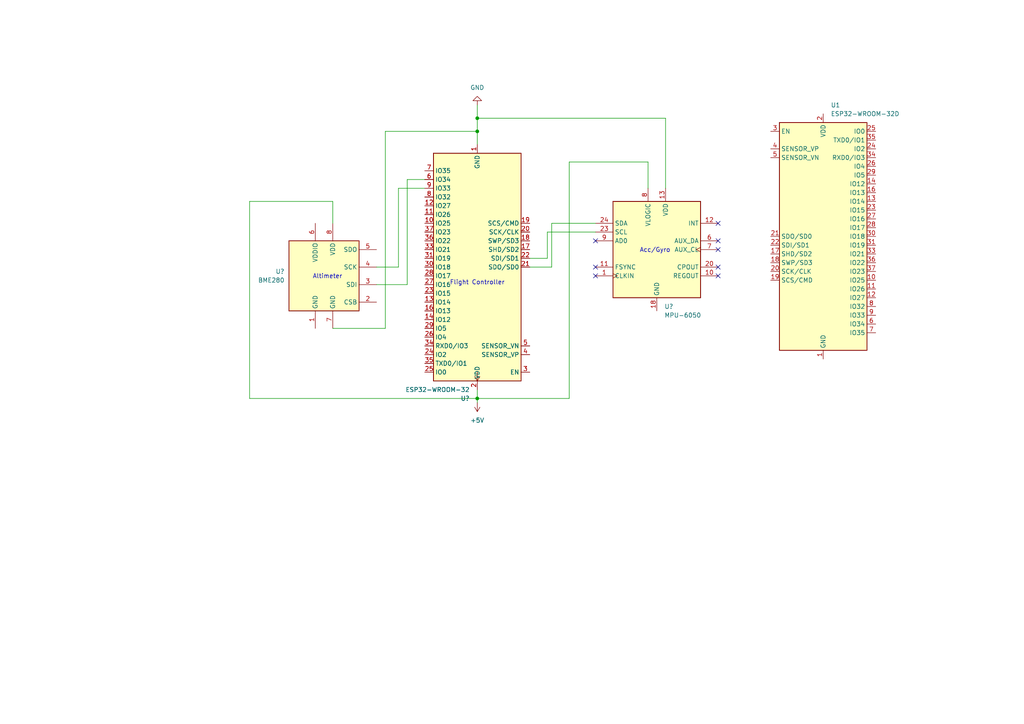
<source format=kicad_sch>
(kicad_sch
	(version 20231120)
	(generator "eeschema")
	(generator_version "8.0")
	(uuid "2cd8fd31-b3cb-4cc0-8f24-533e40c634bd")
	(paper "A4")
	(lib_symbols
		(symbol "RF_Module:ESP32-WROOM-32"
			(exclude_from_sim no)
			(in_bom yes)
			(on_board yes)
			(property "Reference" "U"
				(at -12.7 34.29 0)
				(effects
					(font
						(size 1.27 1.27)
					)
					(justify left)
				)
			)
			(property "Value" "ESP32-WROOM-32"
				(at 1.27 34.29 0)
				(effects
					(font
						(size 1.27 1.27)
					)
					(justify left)
				)
			)
			(property "Footprint" "RF_Module:ESP32-WROOM-32"
				(at 0 -38.1 0)
				(effects
					(font
						(size 1.27 1.27)
					)
					(hide yes)
				)
			)
			(property "Datasheet" "https://www.espressif.com/sites/default/files/documentation/esp32-wroom-32_datasheet_en.pdf"
				(at -7.62 1.27 0)
				(effects
					(font
						(size 1.27 1.27)
					)
					(hide yes)
				)
			)
			(property "Description" "RF Module, ESP32-D0WDQ6 SoC, Wi-Fi 802.11b/g/n, Bluetooth, BLE, 32-bit, 2.7-3.6V, onboard antenna, SMD"
				(at 0 0 0)
				(effects
					(font
						(size 1.27 1.27)
					)
					(hide yes)
				)
			)
			(property "ki_keywords" "RF Radio BT ESP ESP32 Espressif onboard PCB antenna"
				(at 0 0 0)
				(effects
					(font
						(size 1.27 1.27)
					)
					(hide yes)
				)
			)
			(property "ki_fp_filters" "ESP32?WROOM?32*"
				(at 0 0 0)
				(effects
					(font
						(size 1.27 1.27)
					)
					(hide yes)
				)
			)
			(symbol "ESP32-WROOM-32_0_1"
				(rectangle
					(start -12.7 33.02)
					(end 12.7 -33.02)
					(stroke
						(width 0.254)
						(type default)
					)
					(fill
						(type background)
					)
				)
			)
			(symbol "ESP32-WROOM-32_1_1"
				(pin power_in line
					(at 0 -35.56 90)
					(length 2.54)
					(name "GND"
						(effects
							(font
								(size 1.27 1.27)
							)
						)
					)
					(number "1"
						(effects
							(font
								(size 1.27 1.27)
							)
						)
					)
				)
				(pin bidirectional line
					(at 15.24 -12.7 180)
					(length 2.54)
					(name "IO25"
						(effects
							(font
								(size 1.27 1.27)
							)
						)
					)
					(number "10"
						(effects
							(font
								(size 1.27 1.27)
							)
						)
					)
				)
				(pin bidirectional line
					(at 15.24 -15.24 180)
					(length 2.54)
					(name "IO26"
						(effects
							(font
								(size 1.27 1.27)
							)
						)
					)
					(number "11"
						(effects
							(font
								(size 1.27 1.27)
							)
						)
					)
				)
				(pin bidirectional line
					(at 15.24 -17.78 180)
					(length 2.54)
					(name "IO27"
						(effects
							(font
								(size 1.27 1.27)
							)
						)
					)
					(number "12"
						(effects
							(font
								(size 1.27 1.27)
							)
						)
					)
				)
				(pin bidirectional line
					(at 15.24 10.16 180)
					(length 2.54)
					(name "IO14"
						(effects
							(font
								(size 1.27 1.27)
							)
						)
					)
					(number "13"
						(effects
							(font
								(size 1.27 1.27)
							)
						)
					)
				)
				(pin bidirectional line
					(at 15.24 15.24 180)
					(length 2.54)
					(name "IO12"
						(effects
							(font
								(size 1.27 1.27)
							)
						)
					)
					(number "14"
						(effects
							(font
								(size 1.27 1.27)
							)
						)
					)
				)
				(pin passive line
					(at 0 -35.56 90)
					(length 2.54) hide
					(name "GND"
						(effects
							(font
								(size 1.27 1.27)
							)
						)
					)
					(number "15"
						(effects
							(font
								(size 1.27 1.27)
							)
						)
					)
				)
				(pin bidirectional line
					(at 15.24 12.7 180)
					(length 2.54)
					(name "IO13"
						(effects
							(font
								(size 1.27 1.27)
							)
						)
					)
					(number "16"
						(effects
							(font
								(size 1.27 1.27)
							)
						)
					)
				)
				(pin bidirectional line
					(at -15.24 -5.08 0)
					(length 2.54)
					(name "SHD/SD2"
						(effects
							(font
								(size 1.27 1.27)
							)
						)
					)
					(number "17"
						(effects
							(font
								(size 1.27 1.27)
							)
						)
					)
				)
				(pin bidirectional line
					(at -15.24 -7.62 0)
					(length 2.54)
					(name "SWP/SD3"
						(effects
							(font
								(size 1.27 1.27)
							)
						)
					)
					(number "18"
						(effects
							(font
								(size 1.27 1.27)
							)
						)
					)
				)
				(pin bidirectional line
					(at -15.24 -12.7 0)
					(length 2.54)
					(name "SCS/CMD"
						(effects
							(font
								(size 1.27 1.27)
							)
						)
					)
					(number "19"
						(effects
							(font
								(size 1.27 1.27)
							)
						)
					)
				)
				(pin power_in line
					(at 0 35.56 270)
					(length 2.54)
					(name "VDD"
						(effects
							(font
								(size 1.27 1.27)
							)
						)
					)
					(number "2"
						(effects
							(font
								(size 1.27 1.27)
							)
						)
					)
				)
				(pin bidirectional line
					(at -15.24 -10.16 0)
					(length 2.54)
					(name "SCK/CLK"
						(effects
							(font
								(size 1.27 1.27)
							)
						)
					)
					(number "20"
						(effects
							(font
								(size 1.27 1.27)
							)
						)
					)
				)
				(pin bidirectional line
					(at -15.24 0 0)
					(length 2.54)
					(name "SDO/SD0"
						(effects
							(font
								(size 1.27 1.27)
							)
						)
					)
					(number "21"
						(effects
							(font
								(size 1.27 1.27)
							)
						)
					)
				)
				(pin bidirectional line
					(at -15.24 -2.54 0)
					(length 2.54)
					(name "SDI/SD1"
						(effects
							(font
								(size 1.27 1.27)
							)
						)
					)
					(number "22"
						(effects
							(font
								(size 1.27 1.27)
							)
						)
					)
				)
				(pin bidirectional line
					(at 15.24 7.62 180)
					(length 2.54)
					(name "IO15"
						(effects
							(font
								(size 1.27 1.27)
							)
						)
					)
					(number "23"
						(effects
							(font
								(size 1.27 1.27)
							)
						)
					)
				)
				(pin bidirectional line
					(at 15.24 25.4 180)
					(length 2.54)
					(name "IO2"
						(effects
							(font
								(size 1.27 1.27)
							)
						)
					)
					(number "24"
						(effects
							(font
								(size 1.27 1.27)
							)
						)
					)
				)
				(pin bidirectional line
					(at 15.24 30.48 180)
					(length 2.54)
					(name "IO0"
						(effects
							(font
								(size 1.27 1.27)
							)
						)
					)
					(number "25"
						(effects
							(font
								(size 1.27 1.27)
							)
						)
					)
				)
				(pin bidirectional line
					(at 15.24 20.32 180)
					(length 2.54)
					(name "IO4"
						(effects
							(font
								(size 1.27 1.27)
							)
						)
					)
					(number "26"
						(effects
							(font
								(size 1.27 1.27)
							)
						)
					)
				)
				(pin bidirectional line
					(at 15.24 5.08 180)
					(length 2.54)
					(name "IO16"
						(effects
							(font
								(size 1.27 1.27)
							)
						)
					)
					(number "27"
						(effects
							(font
								(size 1.27 1.27)
							)
						)
					)
				)
				(pin bidirectional line
					(at 15.24 2.54 180)
					(length 2.54)
					(name "IO17"
						(effects
							(font
								(size 1.27 1.27)
							)
						)
					)
					(number "28"
						(effects
							(font
								(size 1.27 1.27)
							)
						)
					)
				)
				(pin bidirectional line
					(at 15.24 17.78 180)
					(length 2.54)
					(name "IO5"
						(effects
							(font
								(size 1.27 1.27)
							)
						)
					)
					(number "29"
						(effects
							(font
								(size 1.27 1.27)
							)
						)
					)
				)
				(pin input line
					(at -15.24 30.48 0)
					(length 2.54)
					(name "EN"
						(effects
							(font
								(size 1.27 1.27)
							)
						)
					)
					(number "3"
						(effects
							(font
								(size 1.27 1.27)
							)
						)
					)
				)
				(pin bidirectional line
					(at 15.24 0 180)
					(length 2.54)
					(name "IO18"
						(effects
							(font
								(size 1.27 1.27)
							)
						)
					)
					(number "30"
						(effects
							(font
								(size 1.27 1.27)
							)
						)
					)
				)
				(pin bidirectional line
					(at 15.24 -2.54 180)
					(length 2.54)
					(name "IO19"
						(effects
							(font
								(size 1.27 1.27)
							)
						)
					)
					(number "31"
						(effects
							(font
								(size 1.27 1.27)
							)
						)
					)
				)
				(pin no_connect line
					(at -12.7 -27.94 0)
					(length 2.54) hide
					(name "NC"
						(effects
							(font
								(size 1.27 1.27)
							)
						)
					)
					(number "32"
						(effects
							(font
								(size 1.27 1.27)
							)
						)
					)
				)
				(pin bidirectional line
					(at 15.24 -5.08 180)
					(length 2.54)
					(name "IO21"
						(effects
							(font
								(size 1.27 1.27)
							)
						)
					)
					(number "33"
						(effects
							(font
								(size 1.27 1.27)
							)
						)
					)
				)
				(pin bidirectional line
					(at 15.24 22.86 180)
					(length 2.54)
					(name "RXD0/IO3"
						(effects
							(font
								(size 1.27 1.27)
							)
						)
					)
					(number "34"
						(effects
							(font
								(size 1.27 1.27)
							)
						)
					)
				)
				(pin bidirectional line
					(at 15.24 27.94 180)
					(length 2.54)
					(name "TXD0/IO1"
						(effects
							(font
								(size 1.27 1.27)
							)
						)
					)
					(number "35"
						(effects
							(font
								(size 1.27 1.27)
							)
						)
					)
				)
				(pin bidirectional line
					(at 15.24 -7.62 180)
					(length 2.54)
					(name "IO22"
						(effects
							(font
								(size 1.27 1.27)
							)
						)
					)
					(number "36"
						(effects
							(font
								(size 1.27 1.27)
							)
						)
					)
				)
				(pin bidirectional line
					(at 15.24 -10.16 180)
					(length 2.54)
					(name "IO23"
						(effects
							(font
								(size 1.27 1.27)
							)
						)
					)
					(number "37"
						(effects
							(font
								(size 1.27 1.27)
							)
						)
					)
				)
				(pin passive line
					(at 0 -35.56 90)
					(length 2.54) hide
					(name "GND"
						(effects
							(font
								(size 1.27 1.27)
							)
						)
					)
					(number "38"
						(effects
							(font
								(size 1.27 1.27)
							)
						)
					)
				)
				(pin passive line
					(at 0 -35.56 90)
					(length 2.54) hide
					(name "GND"
						(effects
							(font
								(size 1.27 1.27)
							)
						)
					)
					(number "39"
						(effects
							(font
								(size 1.27 1.27)
							)
						)
					)
				)
				(pin input line
					(at -15.24 25.4 0)
					(length 2.54)
					(name "SENSOR_VP"
						(effects
							(font
								(size 1.27 1.27)
							)
						)
					)
					(number "4"
						(effects
							(font
								(size 1.27 1.27)
							)
						)
					)
				)
				(pin input line
					(at -15.24 22.86 0)
					(length 2.54)
					(name "SENSOR_VN"
						(effects
							(font
								(size 1.27 1.27)
							)
						)
					)
					(number "5"
						(effects
							(font
								(size 1.27 1.27)
							)
						)
					)
				)
				(pin input line
					(at 15.24 -25.4 180)
					(length 2.54)
					(name "IO34"
						(effects
							(font
								(size 1.27 1.27)
							)
						)
					)
					(number "6"
						(effects
							(font
								(size 1.27 1.27)
							)
						)
					)
				)
				(pin input line
					(at 15.24 -27.94 180)
					(length 2.54)
					(name "IO35"
						(effects
							(font
								(size 1.27 1.27)
							)
						)
					)
					(number "7"
						(effects
							(font
								(size 1.27 1.27)
							)
						)
					)
				)
				(pin bidirectional line
					(at 15.24 -20.32 180)
					(length 2.54)
					(name "IO32"
						(effects
							(font
								(size 1.27 1.27)
							)
						)
					)
					(number "8"
						(effects
							(font
								(size 1.27 1.27)
							)
						)
					)
				)
				(pin bidirectional line
					(at 15.24 -22.86 180)
					(length 2.54)
					(name "IO33"
						(effects
							(font
								(size 1.27 1.27)
							)
						)
					)
					(number "9"
						(effects
							(font
								(size 1.27 1.27)
							)
						)
					)
				)
			)
		)
		(symbol "RF_Module:ESP32-WROOM-32D"
			(exclude_from_sim no)
			(in_bom yes)
			(on_board yes)
			(property "Reference" "U"
				(at -12.7 34.29 0)
				(effects
					(font
						(size 1.27 1.27)
					)
					(justify left)
				)
			)
			(property "Value" "ESP32-WROOM-32D"
				(at 1.27 34.29 0)
				(effects
					(font
						(size 1.27 1.27)
					)
					(justify left)
				)
			)
			(property "Footprint" "RF_Module:ESP32-WROOM-32D"
				(at 16.51 -34.29 0)
				(effects
					(font
						(size 1.27 1.27)
					)
					(hide yes)
				)
			)
			(property "Datasheet" "https://www.espressif.com/sites/default/files/documentation/esp32-wroom-32d_esp32-wroom-32u_datasheet_en.pdf"
				(at -7.62 1.27 0)
				(effects
					(font
						(size 1.27 1.27)
					)
					(hide yes)
				)
			)
			(property "Description" "RF Module, ESP32-D0WD SoC, Wi-Fi 802.11b/g/n, Bluetooth, BLE, 32-bit, 2.7-3.6V, onboard antenna, SMD"
				(at 0 0 0)
				(effects
					(font
						(size 1.27 1.27)
					)
					(hide yes)
				)
			)
			(property "ki_keywords" "RF Radio BT ESP ESP32 Espressif onboard PCB antenna"
				(at 0 0 0)
				(effects
					(font
						(size 1.27 1.27)
					)
					(hide yes)
				)
			)
			(property "ki_fp_filters" "ESP32?WROOM?32D*"
				(at 0 0 0)
				(effects
					(font
						(size 1.27 1.27)
					)
					(hide yes)
				)
			)
			(symbol "ESP32-WROOM-32D_0_1"
				(rectangle
					(start -12.7 33.02)
					(end 12.7 -33.02)
					(stroke
						(width 0.254)
						(type default)
					)
					(fill
						(type background)
					)
				)
			)
			(symbol "ESP32-WROOM-32D_1_1"
				(pin power_in line
					(at 0 -35.56 90)
					(length 2.54)
					(name "GND"
						(effects
							(font
								(size 1.27 1.27)
							)
						)
					)
					(number "1"
						(effects
							(font
								(size 1.27 1.27)
							)
						)
					)
				)
				(pin bidirectional line
					(at 15.24 -12.7 180)
					(length 2.54)
					(name "IO25"
						(effects
							(font
								(size 1.27 1.27)
							)
						)
					)
					(number "10"
						(effects
							(font
								(size 1.27 1.27)
							)
						)
					)
				)
				(pin bidirectional line
					(at 15.24 -15.24 180)
					(length 2.54)
					(name "IO26"
						(effects
							(font
								(size 1.27 1.27)
							)
						)
					)
					(number "11"
						(effects
							(font
								(size 1.27 1.27)
							)
						)
					)
				)
				(pin bidirectional line
					(at 15.24 -17.78 180)
					(length 2.54)
					(name "IO27"
						(effects
							(font
								(size 1.27 1.27)
							)
						)
					)
					(number "12"
						(effects
							(font
								(size 1.27 1.27)
							)
						)
					)
				)
				(pin bidirectional line
					(at 15.24 10.16 180)
					(length 2.54)
					(name "IO14"
						(effects
							(font
								(size 1.27 1.27)
							)
						)
					)
					(number "13"
						(effects
							(font
								(size 1.27 1.27)
							)
						)
					)
				)
				(pin bidirectional line
					(at 15.24 15.24 180)
					(length 2.54)
					(name "IO12"
						(effects
							(font
								(size 1.27 1.27)
							)
						)
					)
					(number "14"
						(effects
							(font
								(size 1.27 1.27)
							)
						)
					)
				)
				(pin passive line
					(at 0 -35.56 90)
					(length 2.54) hide
					(name "GND"
						(effects
							(font
								(size 1.27 1.27)
							)
						)
					)
					(number "15"
						(effects
							(font
								(size 1.27 1.27)
							)
						)
					)
				)
				(pin bidirectional line
					(at 15.24 12.7 180)
					(length 2.54)
					(name "IO13"
						(effects
							(font
								(size 1.27 1.27)
							)
						)
					)
					(number "16"
						(effects
							(font
								(size 1.27 1.27)
							)
						)
					)
				)
				(pin bidirectional line
					(at -15.24 -5.08 0)
					(length 2.54)
					(name "SHD/SD2"
						(effects
							(font
								(size 1.27 1.27)
							)
						)
					)
					(number "17"
						(effects
							(font
								(size 1.27 1.27)
							)
						)
					)
				)
				(pin bidirectional line
					(at -15.24 -7.62 0)
					(length 2.54)
					(name "SWP/SD3"
						(effects
							(font
								(size 1.27 1.27)
							)
						)
					)
					(number "18"
						(effects
							(font
								(size 1.27 1.27)
							)
						)
					)
				)
				(pin bidirectional line
					(at -15.24 -12.7 0)
					(length 2.54)
					(name "SCS/CMD"
						(effects
							(font
								(size 1.27 1.27)
							)
						)
					)
					(number "19"
						(effects
							(font
								(size 1.27 1.27)
							)
						)
					)
				)
				(pin power_in line
					(at 0 35.56 270)
					(length 2.54)
					(name "VDD"
						(effects
							(font
								(size 1.27 1.27)
							)
						)
					)
					(number "2"
						(effects
							(font
								(size 1.27 1.27)
							)
						)
					)
				)
				(pin bidirectional line
					(at -15.24 -10.16 0)
					(length 2.54)
					(name "SCK/CLK"
						(effects
							(font
								(size 1.27 1.27)
							)
						)
					)
					(number "20"
						(effects
							(font
								(size 1.27 1.27)
							)
						)
					)
				)
				(pin bidirectional line
					(at -15.24 0 0)
					(length 2.54)
					(name "SDO/SD0"
						(effects
							(font
								(size 1.27 1.27)
							)
						)
					)
					(number "21"
						(effects
							(font
								(size 1.27 1.27)
							)
						)
					)
				)
				(pin bidirectional line
					(at -15.24 -2.54 0)
					(length 2.54)
					(name "SDI/SD1"
						(effects
							(font
								(size 1.27 1.27)
							)
						)
					)
					(number "22"
						(effects
							(font
								(size 1.27 1.27)
							)
						)
					)
				)
				(pin bidirectional line
					(at 15.24 7.62 180)
					(length 2.54)
					(name "IO15"
						(effects
							(font
								(size 1.27 1.27)
							)
						)
					)
					(number "23"
						(effects
							(font
								(size 1.27 1.27)
							)
						)
					)
				)
				(pin bidirectional line
					(at 15.24 25.4 180)
					(length 2.54)
					(name "IO2"
						(effects
							(font
								(size 1.27 1.27)
							)
						)
					)
					(number "24"
						(effects
							(font
								(size 1.27 1.27)
							)
						)
					)
				)
				(pin bidirectional line
					(at 15.24 30.48 180)
					(length 2.54)
					(name "IO0"
						(effects
							(font
								(size 1.27 1.27)
							)
						)
					)
					(number "25"
						(effects
							(font
								(size 1.27 1.27)
							)
						)
					)
				)
				(pin bidirectional line
					(at 15.24 20.32 180)
					(length 2.54)
					(name "IO4"
						(effects
							(font
								(size 1.27 1.27)
							)
						)
					)
					(number "26"
						(effects
							(font
								(size 1.27 1.27)
							)
						)
					)
				)
				(pin bidirectional line
					(at 15.24 5.08 180)
					(length 2.54)
					(name "IO16"
						(effects
							(font
								(size 1.27 1.27)
							)
						)
					)
					(number "27"
						(effects
							(font
								(size 1.27 1.27)
							)
						)
					)
				)
				(pin bidirectional line
					(at 15.24 2.54 180)
					(length 2.54)
					(name "IO17"
						(effects
							(font
								(size 1.27 1.27)
							)
						)
					)
					(number "28"
						(effects
							(font
								(size 1.27 1.27)
							)
						)
					)
				)
				(pin bidirectional line
					(at 15.24 17.78 180)
					(length 2.54)
					(name "IO5"
						(effects
							(font
								(size 1.27 1.27)
							)
						)
					)
					(number "29"
						(effects
							(font
								(size 1.27 1.27)
							)
						)
					)
				)
				(pin input line
					(at -15.24 30.48 0)
					(length 2.54)
					(name "EN"
						(effects
							(font
								(size 1.27 1.27)
							)
						)
					)
					(number "3"
						(effects
							(font
								(size 1.27 1.27)
							)
						)
					)
				)
				(pin bidirectional line
					(at 15.24 0 180)
					(length 2.54)
					(name "IO18"
						(effects
							(font
								(size 1.27 1.27)
							)
						)
					)
					(number "30"
						(effects
							(font
								(size 1.27 1.27)
							)
						)
					)
				)
				(pin bidirectional line
					(at 15.24 -2.54 180)
					(length 2.54)
					(name "IO19"
						(effects
							(font
								(size 1.27 1.27)
							)
						)
					)
					(number "31"
						(effects
							(font
								(size 1.27 1.27)
							)
						)
					)
				)
				(pin no_connect line
					(at -12.7 -27.94 0)
					(length 2.54) hide
					(name "NC"
						(effects
							(font
								(size 1.27 1.27)
							)
						)
					)
					(number "32"
						(effects
							(font
								(size 1.27 1.27)
							)
						)
					)
				)
				(pin bidirectional line
					(at 15.24 -5.08 180)
					(length 2.54)
					(name "IO21"
						(effects
							(font
								(size 1.27 1.27)
							)
						)
					)
					(number "33"
						(effects
							(font
								(size 1.27 1.27)
							)
						)
					)
				)
				(pin bidirectional line
					(at 15.24 22.86 180)
					(length 2.54)
					(name "RXD0/IO3"
						(effects
							(font
								(size 1.27 1.27)
							)
						)
					)
					(number "34"
						(effects
							(font
								(size 1.27 1.27)
							)
						)
					)
				)
				(pin bidirectional line
					(at 15.24 27.94 180)
					(length 2.54)
					(name "TXD0/IO1"
						(effects
							(font
								(size 1.27 1.27)
							)
						)
					)
					(number "35"
						(effects
							(font
								(size 1.27 1.27)
							)
						)
					)
				)
				(pin bidirectional line
					(at 15.24 -7.62 180)
					(length 2.54)
					(name "IO22"
						(effects
							(font
								(size 1.27 1.27)
							)
						)
					)
					(number "36"
						(effects
							(font
								(size 1.27 1.27)
							)
						)
					)
				)
				(pin bidirectional line
					(at 15.24 -10.16 180)
					(length 2.54)
					(name "IO23"
						(effects
							(font
								(size 1.27 1.27)
							)
						)
					)
					(number "37"
						(effects
							(font
								(size 1.27 1.27)
							)
						)
					)
				)
				(pin passive line
					(at 0 -35.56 90)
					(length 2.54) hide
					(name "GND"
						(effects
							(font
								(size 1.27 1.27)
							)
						)
					)
					(number "38"
						(effects
							(font
								(size 1.27 1.27)
							)
						)
					)
				)
				(pin passive line
					(at 0 -35.56 90)
					(length 2.54) hide
					(name "GND"
						(effects
							(font
								(size 1.27 1.27)
							)
						)
					)
					(number "39"
						(effects
							(font
								(size 1.27 1.27)
							)
						)
					)
				)
				(pin input line
					(at -15.24 25.4 0)
					(length 2.54)
					(name "SENSOR_VP"
						(effects
							(font
								(size 1.27 1.27)
							)
						)
					)
					(number "4"
						(effects
							(font
								(size 1.27 1.27)
							)
						)
					)
				)
				(pin input line
					(at -15.24 22.86 0)
					(length 2.54)
					(name "SENSOR_VN"
						(effects
							(font
								(size 1.27 1.27)
							)
						)
					)
					(number "5"
						(effects
							(font
								(size 1.27 1.27)
							)
						)
					)
				)
				(pin input line
					(at 15.24 -25.4 180)
					(length 2.54)
					(name "IO34"
						(effects
							(font
								(size 1.27 1.27)
							)
						)
					)
					(number "6"
						(effects
							(font
								(size 1.27 1.27)
							)
						)
					)
				)
				(pin input line
					(at 15.24 -27.94 180)
					(length 2.54)
					(name "IO35"
						(effects
							(font
								(size 1.27 1.27)
							)
						)
					)
					(number "7"
						(effects
							(font
								(size 1.27 1.27)
							)
						)
					)
				)
				(pin bidirectional line
					(at 15.24 -20.32 180)
					(length 2.54)
					(name "IO32"
						(effects
							(font
								(size 1.27 1.27)
							)
						)
					)
					(number "8"
						(effects
							(font
								(size 1.27 1.27)
							)
						)
					)
				)
				(pin bidirectional line
					(at 15.24 -22.86 180)
					(length 2.54)
					(name "IO33"
						(effects
							(font
								(size 1.27 1.27)
							)
						)
					)
					(number "9"
						(effects
							(font
								(size 1.27 1.27)
							)
						)
					)
				)
			)
		)
		(symbol "Sensor:BME280"
			(exclude_from_sim no)
			(in_bom yes)
			(on_board yes)
			(property "Reference" "U"
				(at -8.89 11.43 0)
				(effects
					(font
						(size 1.27 1.27)
					)
				)
			)
			(property "Value" "BME280"
				(at 7.62 11.43 0)
				(effects
					(font
						(size 1.27 1.27)
					)
				)
			)
			(property "Footprint" "Package_LGA:Bosch_LGA-8_2.5x2.5mm_P0.65mm_ClockwisePinNumbering"
				(at 38.1 -11.43 0)
				(effects
					(font
						(size 1.27 1.27)
					)
					(hide yes)
				)
			)
			(property "Datasheet" "https://www.bosch-sensortec.com/media/boschsensortec/downloads/datasheets/bst-bme280-ds002.pdf"
				(at 0 -5.08 0)
				(effects
					(font
						(size 1.27 1.27)
					)
					(hide yes)
				)
			)
			(property "Description" "3-in-1 sensor, humidity, pressure, temperature, I2C and SPI interface, 1.71-3.6V, LGA-8"
				(at 0 0 0)
				(effects
					(font
						(size 1.27 1.27)
					)
					(hide yes)
				)
			)
			(property "ki_keywords" "Bosch pressure humidity temperature environment environmental measurement digital"
				(at 0 0 0)
				(effects
					(font
						(size 1.27 1.27)
					)
					(hide yes)
				)
			)
			(property "ki_fp_filters" "*LGA*2.5x2.5mm*P0.65mm*Clockwise*"
				(at 0 0 0)
				(effects
					(font
						(size 1.27 1.27)
					)
					(hide yes)
				)
			)
			(symbol "BME280_0_1"
				(rectangle
					(start -10.16 10.16)
					(end 10.16 -10.16)
					(stroke
						(width 0.254)
						(type default)
					)
					(fill
						(type background)
					)
				)
			)
			(symbol "BME280_1_1"
				(pin power_in line
					(at -2.54 -15.24 90)
					(length 5.08)
					(name "GND"
						(effects
							(font
								(size 1.27 1.27)
							)
						)
					)
					(number "1"
						(effects
							(font
								(size 1.27 1.27)
							)
						)
					)
				)
				(pin input line
					(at 15.24 -7.62 180)
					(length 5.08)
					(name "CSB"
						(effects
							(font
								(size 1.27 1.27)
							)
						)
					)
					(number "2"
						(effects
							(font
								(size 1.27 1.27)
							)
						)
					)
				)
				(pin bidirectional line
					(at 15.24 -2.54 180)
					(length 5.08)
					(name "SDI"
						(effects
							(font
								(size 1.27 1.27)
							)
						)
					)
					(number "3"
						(effects
							(font
								(size 1.27 1.27)
							)
						)
					)
				)
				(pin input line
					(at 15.24 2.54 180)
					(length 5.08)
					(name "SCK"
						(effects
							(font
								(size 1.27 1.27)
							)
						)
					)
					(number "4"
						(effects
							(font
								(size 1.27 1.27)
							)
						)
					)
				)
				(pin bidirectional line
					(at 15.24 7.62 180)
					(length 5.08)
					(name "SDO"
						(effects
							(font
								(size 1.27 1.27)
							)
						)
					)
					(number "5"
						(effects
							(font
								(size 1.27 1.27)
							)
						)
					)
				)
				(pin power_in line
					(at -2.54 15.24 270)
					(length 5.08)
					(name "VDDIO"
						(effects
							(font
								(size 1.27 1.27)
							)
						)
					)
					(number "6"
						(effects
							(font
								(size 1.27 1.27)
							)
						)
					)
				)
				(pin power_in line
					(at 2.54 -15.24 90)
					(length 5.08)
					(name "GND"
						(effects
							(font
								(size 1.27 1.27)
							)
						)
					)
					(number "7"
						(effects
							(font
								(size 1.27 1.27)
							)
						)
					)
				)
				(pin power_in line
					(at 2.54 15.24 270)
					(length 5.08)
					(name "VDD"
						(effects
							(font
								(size 1.27 1.27)
							)
						)
					)
					(number "8"
						(effects
							(font
								(size 1.27 1.27)
							)
						)
					)
				)
			)
		)
		(symbol "Sensor_Motion:MPU-6050"
			(exclude_from_sim no)
			(in_bom yes)
			(on_board yes)
			(property "Reference" "U"
				(at -11.43 13.97 0)
				(effects
					(font
						(size 1.27 1.27)
					)
				)
			)
			(property "Value" "MPU-6050"
				(at 7.62 -15.24 0)
				(effects
					(font
						(size 1.27 1.27)
					)
				)
			)
			(property "Footprint" "Sensor_Motion:InvenSense_QFN-24_4x4mm_P0.5mm"
				(at 0 -20.32 0)
				(effects
					(font
						(size 1.27 1.27)
					)
					(hide yes)
				)
			)
			(property "Datasheet" "https://invensense.tdk.com/wp-content/uploads/2015/02/MPU-6000-Datasheet1.pdf"
				(at 0 -3.81 0)
				(effects
					(font
						(size 1.27 1.27)
					)
					(hide yes)
				)
			)
			(property "Description" "InvenSense 6-Axis Motion Sensor, Gyroscope, Accelerometer, I2C"
				(at 0 0 0)
				(effects
					(font
						(size 1.27 1.27)
					)
					(hide yes)
				)
			)
			(property "ki_keywords" "mems"
				(at 0 0 0)
				(effects
					(font
						(size 1.27 1.27)
					)
					(hide yes)
				)
			)
			(property "ki_fp_filters" "*QFN*4x4mm*P0.5mm*"
				(at 0 0 0)
				(effects
					(font
						(size 1.27 1.27)
					)
					(hide yes)
				)
			)
			(symbol "MPU-6050_0_0"
				(text ""
					(at 12.7 -2.54 0)
					(effects
						(font
							(size 1.27 1.27)
						)
					)
				)
			)
			(symbol "MPU-6050_0_1"
				(rectangle
					(start -12.7 13.97)
					(end 12.7 -13.97)
					(stroke
						(width 0.254)
						(type default)
					)
					(fill
						(type background)
					)
				)
			)
			(symbol "MPU-6050_1_1"
				(pin input clock
					(at -17.78 -7.62 0)
					(length 5.08)
					(name "CLKIN"
						(effects
							(font
								(size 1.27 1.27)
							)
						)
					)
					(number "1"
						(effects
							(font
								(size 1.27 1.27)
							)
						)
					)
				)
				(pin passive line
					(at 17.78 -7.62 180)
					(length 5.08)
					(name "REGOUT"
						(effects
							(font
								(size 1.27 1.27)
							)
						)
					)
					(number "10"
						(effects
							(font
								(size 1.27 1.27)
							)
						)
					)
				)
				(pin input line
					(at -17.78 -5.08 0)
					(length 5.08)
					(name "FSYNC"
						(effects
							(font
								(size 1.27 1.27)
							)
						)
					)
					(number "11"
						(effects
							(font
								(size 1.27 1.27)
							)
						)
					)
				)
				(pin output line
					(at 17.78 7.62 180)
					(length 5.08)
					(name "INT"
						(effects
							(font
								(size 1.27 1.27)
							)
						)
					)
					(number "12"
						(effects
							(font
								(size 1.27 1.27)
							)
						)
					)
				)
				(pin power_in line
					(at 2.54 17.78 270)
					(length 3.81)
					(name "VDD"
						(effects
							(font
								(size 1.27 1.27)
							)
						)
					)
					(number "13"
						(effects
							(font
								(size 1.27 1.27)
							)
						)
					)
				)
				(pin no_connect line
					(at -12.7 -10.16 0)
					(length 2.54) hide
					(name "NC"
						(effects
							(font
								(size 1.27 1.27)
							)
						)
					)
					(number "14"
						(effects
							(font
								(size 1.27 1.27)
							)
						)
					)
				)
				(pin no_connect line
					(at 12.7 12.7 180)
					(length 2.54) hide
					(name "NC"
						(effects
							(font
								(size 1.27 1.27)
							)
						)
					)
					(number "15"
						(effects
							(font
								(size 1.27 1.27)
							)
						)
					)
				)
				(pin no_connect line
					(at 12.7 10.16 180)
					(length 2.54) hide
					(name "NC"
						(effects
							(font
								(size 1.27 1.27)
							)
						)
					)
					(number "16"
						(effects
							(font
								(size 1.27 1.27)
							)
						)
					)
				)
				(pin no_connect line
					(at 12.7 5.08 180)
					(length 2.54) hide
					(name "NC"
						(effects
							(font
								(size 1.27 1.27)
							)
						)
					)
					(number "17"
						(effects
							(font
								(size 1.27 1.27)
							)
						)
					)
				)
				(pin power_in line
					(at 0 -17.78 90)
					(length 3.81)
					(name "GND"
						(effects
							(font
								(size 1.27 1.27)
							)
						)
					)
					(number "18"
						(effects
							(font
								(size 1.27 1.27)
							)
						)
					)
				)
				(pin no_connect line
					(at 12.7 -10.16 180)
					(length 2.54) hide
					(name "RESV"
						(effects
							(font
								(size 1.27 1.27)
							)
						)
					)
					(number "19"
						(effects
							(font
								(size 1.27 1.27)
							)
						)
					)
				)
				(pin no_connect line
					(at -12.7 12.7 0)
					(length 2.54) hide
					(name "NC"
						(effects
							(font
								(size 1.27 1.27)
							)
						)
					)
					(number "2"
						(effects
							(font
								(size 1.27 1.27)
							)
						)
					)
				)
				(pin passive line
					(at 17.78 -5.08 180)
					(length 5.08)
					(name "CPOUT"
						(effects
							(font
								(size 1.27 1.27)
							)
						)
					)
					(number "20"
						(effects
							(font
								(size 1.27 1.27)
							)
						)
					)
				)
				(pin no_connect line
					(at 12.7 -2.54 180)
					(length 2.54) hide
					(name "RESV"
						(effects
							(font
								(size 1.27 1.27)
							)
						)
					)
					(number "21"
						(effects
							(font
								(size 1.27 1.27)
							)
						)
					)
				)
				(pin no_connect line
					(at 12.7 -12.7 180)
					(length 2.54) hide
					(name "RESV"
						(effects
							(font
								(size 1.27 1.27)
							)
						)
					)
					(number "22"
						(effects
							(font
								(size 1.27 1.27)
							)
						)
					)
				)
				(pin input line
					(at -17.78 5.08 0)
					(length 5.08)
					(name "SCL"
						(effects
							(font
								(size 1.27 1.27)
							)
						)
					)
					(number "23"
						(effects
							(font
								(size 1.27 1.27)
							)
						)
					)
				)
				(pin bidirectional line
					(at -17.78 7.62 0)
					(length 5.08)
					(name "SDA"
						(effects
							(font
								(size 1.27 1.27)
							)
						)
					)
					(number "24"
						(effects
							(font
								(size 1.27 1.27)
							)
						)
					)
				)
				(pin no_connect line
					(at -12.7 10.16 0)
					(length 2.54) hide
					(name "NC"
						(effects
							(font
								(size 1.27 1.27)
							)
						)
					)
					(number "3"
						(effects
							(font
								(size 1.27 1.27)
							)
						)
					)
				)
				(pin no_connect line
					(at -12.7 0 0)
					(length 2.54) hide
					(name "NC"
						(effects
							(font
								(size 1.27 1.27)
							)
						)
					)
					(number "4"
						(effects
							(font
								(size 1.27 1.27)
							)
						)
					)
				)
				(pin no_connect line
					(at -12.7 -2.54 0)
					(length 2.54) hide
					(name "NC"
						(effects
							(font
								(size 1.27 1.27)
							)
						)
					)
					(number "5"
						(effects
							(font
								(size 1.27 1.27)
							)
						)
					)
				)
				(pin bidirectional line
					(at 17.78 2.54 180)
					(length 5.08)
					(name "AUX_DA"
						(effects
							(font
								(size 1.27 1.27)
							)
						)
					)
					(number "6"
						(effects
							(font
								(size 1.27 1.27)
							)
						)
					)
				)
				(pin output clock
					(at 17.78 0 180)
					(length 5.08)
					(name "AUX_CL"
						(effects
							(font
								(size 1.27 1.27)
							)
						)
					)
					(number "7"
						(effects
							(font
								(size 1.27 1.27)
							)
						)
					)
				)
				(pin power_in line
					(at -2.54 17.78 270)
					(length 3.81)
					(name "VLOGIC"
						(effects
							(font
								(size 1.27 1.27)
							)
						)
					)
					(number "8"
						(effects
							(font
								(size 1.27 1.27)
							)
						)
					)
				)
				(pin input line
					(at -17.78 2.54 0)
					(length 5.08)
					(name "AD0"
						(effects
							(font
								(size 1.27 1.27)
							)
						)
					)
					(number "9"
						(effects
							(font
								(size 1.27 1.27)
							)
						)
					)
				)
			)
		)
		(symbol "power:+5V"
			(power)
			(pin_numbers hide)
			(pin_names
				(offset 0) hide)
			(exclude_from_sim no)
			(in_bom yes)
			(on_board yes)
			(property "Reference" "#PWR"
				(at 0 -3.81 0)
				(effects
					(font
						(size 1.27 1.27)
					)
					(hide yes)
				)
			)
			(property "Value" "+5V"
				(at 0 3.556 0)
				(effects
					(font
						(size 1.27 1.27)
					)
				)
			)
			(property "Footprint" ""
				(at 0 0 0)
				(effects
					(font
						(size 1.27 1.27)
					)
					(hide yes)
				)
			)
			(property "Datasheet" ""
				(at 0 0 0)
				(effects
					(font
						(size 1.27 1.27)
					)
					(hide yes)
				)
			)
			(property "Description" "Power symbol creates a global label with name \"+5V\""
				(at 0 0 0)
				(effects
					(font
						(size 1.27 1.27)
					)
					(hide yes)
				)
			)
			(property "ki_keywords" "global power"
				(at 0 0 0)
				(effects
					(font
						(size 1.27 1.27)
					)
					(hide yes)
				)
			)
			(symbol "+5V_0_1"
				(polyline
					(pts
						(xy -0.762 1.27) (xy 0 2.54)
					)
					(stroke
						(width 0)
						(type default)
					)
					(fill
						(type none)
					)
				)
				(polyline
					(pts
						(xy 0 0) (xy 0 2.54)
					)
					(stroke
						(width 0)
						(type default)
					)
					(fill
						(type none)
					)
				)
				(polyline
					(pts
						(xy 0 2.54) (xy 0.762 1.27)
					)
					(stroke
						(width 0)
						(type default)
					)
					(fill
						(type none)
					)
				)
			)
			(symbol "+5V_1_1"
				(pin power_in line
					(at 0 0 90)
					(length 0)
					(name "~"
						(effects
							(font
								(size 1.27 1.27)
							)
						)
					)
					(number "1"
						(effects
							(font
								(size 1.27 1.27)
							)
						)
					)
				)
			)
		)
		(symbol "power:GND"
			(power)
			(pin_numbers hide)
			(pin_names
				(offset 0) hide)
			(exclude_from_sim no)
			(in_bom yes)
			(on_board yes)
			(property "Reference" "#PWR"
				(at 0 -6.35 0)
				(effects
					(font
						(size 1.27 1.27)
					)
					(hide yes)
				)
			)
			(property "Value" "GND"
				(at 0 -3.81 0)
				(effects
					(font
						(size 1.27 1.27)
					)
				)
			)
			(property "Footprint" ""
				(at 0 0 0)
				(effects
					(font
						(size 1.27 1.27)
					)
					(hide yes)
				)
			)
			(property "Datasheet" ""
				(at 0 0 0)
				(effects
					(font
						(size 1.27 1.27)
					)
					(hide yes)
				)
			)
			(property "Description" "Power symbol creates a global label with name \"GND\" , ground"
				(at 0 0 0)
				(effects
					(font
						(size 1.27 1.27)
					)
					(hide yes)
				)
			)
			(property "ki_keywords" "global power"
				(at 0 0 0)
				(effects
					(font
						(size 1.27 1.27)
					)
					(hide yes)
				)
			)
			(symbol "GND_0_1"
				(polyline
					(pts
						(xy 0 0) (xy 0 -1.27) (xy 1.27 -1.27) (xy 0 -2.54) (xy -1.27 -1.27) (xy 0 -1.27)
					)
					(stroke
						(width 0)
						(type default)
					)
					(fill
						(type none)
					)
				)
			)
			(symbol "GND_1_1"
				(pin power_in line
					(at 0 0 270)
					(length 0)
					(name "~"
						(effects
							(font
								(size 1.27 1.27)
							)
						)
					)
					(number "1"
						(effects
							(font
								(size 1.27 1.27)
							)
						)
					)
				)
			)
		)
	)
	(junction
		(at 138.43 115.57)
		(diameter 0)
		(color 0 0 0 0)
		(uuid "7eeffff0-f814-47ac-b6f2-92672cef7579")
	)
	(junction
		(at 138.43 34.29)
		(diameter 0)
		(color 0 0 0 0)
		(uuid "8e38ac03-f782-49c9-bfe9-cb81ec09fc08")
	)
	(junction
		(at 138.43 38.1)
		(diameter 0)
		(color 0 0 0 0)
		(uuid "fdebb308-6f7b-4a3a-8831-bfb9316652e3")
	)
	(no_connect
		(at 208.28 72.39)
		(uuid "0bfe92cf-6e1a-42b3-9f73-523703a52caa")
	)
	(no_connect
		(at 208.28 69.85)
		(uuid "83325341-b1a8-4fee-ad07-15ad819bb76e")
	)
	(no_connect
		(at 208.28 64.77)
		(uuid "8d51bf64-7f0f-4851-974f-6e63c0418d31")
	)
	(no_connect
		(at 172.72 80.01)
		(uuid "ab696f85-a48e-4b69-a224-0f4080497ee6")
	)
	(no_connect
		(at 172.72 77.47)
		(uuid "ae9e9c6a-a4c1-4776-9ca7-458537101548")
	)
	(no_connect
		(at 208.28 80.01)
		(uuid "eb25ee9a-67c6-4030-884c-9ccde17ca0c7")
	)
	(no_connect
		(at 208.28 77.47)
		(uuid "f1a2716e-57e6-4853-b984-37d0c1d2b5d1")
	)
	(no_connect
		(at 172.72 69.85)
		(uuid "f5c1b385-d35e-4a12-84f8-2cc1b79530c1")
	)
	(wire
		(pts
			(xy 158.75 67.31) (xy 172.72 67.31)
		)
		(stroke
			(width 0)
			(type default)
		)
		(uuid "0265ee2e-7709-4820-a39b-092e8caf423c")
	)
	(wire
		(pts
			(xy 115.57 54.61) (xy 123.19 54.61)
		)
		(stroke
			(width 0)
			(type default)
		)
		(uuid "059f0955-0086-4f06-beff-77e41845f21b")
	)
	(wire
		(pts
			(xy 118.11 82.55) (xy 118.11 52.07)
		)
		(stroke
			(width 0)
			(type default)
		)
		(uuid "09f51320-1409-4649-9875-09ff7dbe6576")
	)
	(wire
		(pts
			(xy 138.43 115.57) (xy 138.43 116.84)
		)
		(stroke
			(width 0)
			(type default)
		)
		(uuid "0b3617b3-249f-40c2-a421-68493c233a26")
	)
	(wire
		(pts
			(xy 96.52 64.77) (xy 96.52 58.42)
		)
		(stroke
			(width 0)
			(type default)
		)
		(uuid "0c05016e-58c7-41d7-a23b-236385fd11b0")
	)
	(wire
		(pts
			(xy 111.76 95.25) (xy 111.76 38.1)
		)
		(stroke
			(width 0)
			(type default)
		)
		(uuid "16af521b-7cd6-4ffe-acde-65ad48cf0a7e")
	)
	(wire
		(pts
			(xy 187.96 54.61) (xy 187.96 46.99)
		)
		(stroke
			(width 0)
			(type default)
		)
		(uuid "1d541582-dbe1-4a9c-9910-0b44d8966b7e")
	)
	(wire
		(pts
			(xy 193.04 34.29) (xy 193.04 54.61)
		)
		(stroke
			(width 0)
			(type default)
		)
		(uuid "250adb01-5f2c-488c-a8fa-269fd28ac446")
	)
	(wire
		(pts
			(xy 160.02 77.47) (xy 160.02 64.77)
		)
		(stroke
			(width 0)
			(type default)
		)
		(uuid "2ccd61e7-e3e5-406b-a0d1-9b1b6847a207")
	)
	(wire
		(pts
			(xy 158.75 74.93) (xy 158.75 67.31)
		)
		(stroke
			(width 0)
			(type default)
		)
		(uuid "37be649f-eadc-4754-ad48-d48c272b149a")
	)
	(wire
		(pts
			(xy 72.39 58.42) (xy 72.39 115.57)
		)
		(stroke
			(width 0)
			(type default)
		)
		(uuid "418f53fa-3f49-4e33-ac22-283db065ca81")
	)
	(wire
		(pts
			(xy 96.52 58.42) (xy 72.39 58.42)
		)
		(stroke
			(width 0)
			(type default)
		)
		(uuid "54f85878-f202-4acc-a9fc-fd205b95f497")
	)
	(wire
		(pts
			(xy 187.96 46.99) (xy 165.1 46.99)
		)
		(stroke
			(width 0)
			(type default)
		)
		(uuid "5fc51e1c-f060-4726-b339-afe4a6b3ce20")
	)
	(wire
		(pts
			(xy 153.67 74.93) (xy 158.75 74.93)
		)
		(stroke
			(width 0)
			(type default)
		)
		(uuid "62555f3d-ad38-4a36-90f5-69fe4b3015bb")
	)
	(wire
		(pts
			(xy 165.1 46.99) (xy 165.1 115.57)
		)
		(stroke
			(width 0)
			(type default)
		)
		(uuid "6fbfdb15-7759-48ee-8ca1-ae3c08422e48")
	)
	(wire
		(pts
			(xy 118.11 52.07) (xy 123.19 52.07)
		)
		(stroke
			(width 0)
			(type default)
		)
		(uuid "79607320-bc75-4695-a4c3-94cfcd389109")
	)
	(wire
		(pts
			(xy 160.02 64.77) (xy 172.72 64.77)
		)
		(stroke
			(width 0)
			(type default)
		)
		(uuid "7e17e137-1d07-489d-b133-6239fb8d97b4")
	)
	(wire
		(pts
			(xy 138.43 113.03) (xy 138.43 115.57)
		)
		(stroke
			(width 0)
			(type default)
		)
		(uuid "81f8464a-9cff-416b-b968-b0138da4389c")
	)
	(wire
		(pts
			(xy 109.22 82.55) (xy 118.11 82.55)
		)
		(stroke
			(width 0)
			(type default)
		)
		(uuid "886b0c6f-0a18-40a2-8cad-6951c39e9521")
	)
	(wire
		(pts
			(xy 111.76 38.1) (xy 138.43 38.1)
		)
		(stroke
			(width 0)
			(type default)
		)
		(uuid "92650606-4bed-4fb6-be6a-3be408d961cb")
	)
	(wire
		(pts
			(xy 138.43 38.1) (xy 138.43 41.91)
		)
		(stroke
			(width 0)
			(type default)
		)
		(uuid "940a7bf5-aca6-43b8-954f-25b0cea72f33")
	)
	(wire
		(pts
			(xy 138.43 34.29) (xy 138.43 38.1)
		)
		(stroke
			(width 0)
			(type default)
		)
		(uuid "9478ccc1-bde1-40a0-a686-a59c901f86bd")
	)
	(wire
		(pts
			(xy 138.43 34.29) (xy 193.04 34.29)
		)
		(stroke
			(width 0)
			(type default)
		)
		(uuid "9969e5e1-a6c1-4ec7-9f65-7a480a293299")
	)
	(wire
		(pts
			(xy 96.52 95.25) (xy 111.76 95.25)
		)
		(stroke
			(width 0)
			(type default)
		)
		(uuid "a04be13c-e0df-4b7b-85f1-ae5b78d1ab1c")
	)
	(wire
		(pts
			(xy 72.39 115.57) (xy 138.43 115.57)
		)
		(stroke
			(width 0)
			(type default)
		)
		(uuid "a5280ea2-65d7-4ff0-ab91-85e79e952e25")
	)
	(wire
		(pts
			(xy 109.22 77.47) (xy 115.57 77.47)
		)
		(stroke
			(width 0)
			(type default)
		)
		(uuid "a842466e-1e50-400c-b46d-7502df998bba")
	)
	(wire
		(pts
			(xy 138.43 30.48) (xy 138.43 34.29)
		)
		(stroke
			(width 0)
			(type default)
		)
		(uuid "ad295341-8a0e-40b2-9672-2a6ae5be4868")
	)
	(wire
		(pts
			(xy 165.1 115.57) (xy 138.43 115.57)
		)
		(stroke
			(width 0)
			(type default)
		)
		(uuid "b7e14baa-73c6-4c93-bfd3-3ab3838424de")
	)
	(wire
		(pts
			(xy 153.67 77.47) (xy 160.02 77.47)
		)
		(stroke
			(width 0)
			(type default)
		)
		(uuid "c1442753-aacf-4b90-b7aa-bddfe51376c7")
	)
	(wire
		(pts
			(xy 115.57 77.47) (xy 115.57 54.61)
		)
		(stroke
			(width 0)
			(type default)
		)
		(uuid "fbaa3acf-a111-41e9-988e-32ccc8172e1d")
	)
	(text "Flight Controller"
		(exclude_from_sim no)
		(at 138.43 82.042 0)
		(effects
			(font
				(size 1.27 1.27)
			)
		)
		(uuid "1164af3b-c710-46ea-9d0c-807590bc48d9")
	)
	(text "Acc/Gyro"
		(exclude_from_sim no)
		(at 189.992 72.644 0)
		(effects
			(font
				(size 1.27 1.27)
			)
		)
		(uuid "4ffab823-42d5-45cb-bfb4-1ddfefef6226")
	)
	(text "Altimeter"
		(exclude_from_sim no)
		(at 94.996 80.264 0)
		(effects
			(font
				(size 1.27 1.27)
			)
		)
		(uuid "98baf838-49d7-44f2-a0e8-6c8a6b0a1981")
	)
	(symbol
		(lib_id "RF_Module:ESP32-WROOM-32D")
		(at 238.76 68.58 0)
		(unit 1)
		(exclude_from_sim no)
		(in_bom yes)
		(on_board yes)
		(dnp no)
		(fields_autoplaced yes)
		(uuid "12673e5a-39f8-4df4-aa1b-de921be28ee0")
		(property "Reference" "U1"
			(at 240.9541 30.48 0)
			(effects
				(font
					(size 1.27 1.27)
				)
				(justify left)
			)
		)
		(property "Value" "ESP32-WROOM-32D"
			(at 240.9541 33.02 0)
			(effects
				(font
					(size 1.27 1.27)
				)
				(justify left)
			)
		)
		(property "Footprint" "RF_Module:ESP32-WROOM-32D"
			(at 255.27 102.87 0)
			(effects
				(font
					(size 1.27 1.27)
				)
				(hide yes)
			)
		)
		(property "Datasheet" "https://www.espressif.com/sites/default/files/documentation/esp32-wroom-32d_esp32-wroom-32u_datasheet_en.pdf"
			(at 231.14 67.31 0)
			(effects
				(font
					(size 1.27 1.27)
				)
				(hide yes)
			)
		)
		(property "Description" "RF Module, ESP32-D0WD SoC, Wi-Fi 802.11b/g/n, Bluetooth, BLE, 32-bit, 2.7-3.6V, onboard antenna, SMD"
			(at 238.76 68.58 0)
			(effects
				(font
					(size 1.27 1.27)
				)
				(hide yes)
			)
		)
		(pin "33"
			(uuid "25237150-7e4f-4b53-8d3a-db14d1be6cd1")
		)
		(pin "9"
			(uuid "6604e0d8-b16e-4382-b227-2cd8f0cafa79")
		)
		(pin "7"
			(uuid "a26bfca7-8b38-4460-838b-f18292ef5cab")
		)
		(pin "21"
			(uuid "5402b565-7314-4c2c-883c-7c427c19d951")
		)
		(pin "37"
			(uuid "cc671c93-cc60-44c1-b411-a385afafa408")
		)
		(pin "31"
			(uuid "ddb1004e-1330-4dc5-ba52-207e13c73f49")
		)
		(pin "13"
			(uuid "b6291b48-88c6-4b6c-b599-fe4165984518")
		)
		(pin "34"
			(uuid "7acc1c30-75dc-4718-b2a8-de6695d1d4a4")
		)
		(pin "39"
			(uuid "7b1871b7-3e4d-4103-87b6-1b812572babc")
		)
		(pin "3"
			(uuid "bf332577-1f97-4a1a-bf9e-e6f77a6c8667")
		)
		(pin "5"
			(uuid "07dd19b5-9b41-4c1f-8f70-7e6eb6cc6778")
		)
		(pin "22"
			(uuid "646865c1-50b7-47a6-a089-2797567b3a32")
		)
		(pin "19"
			(uuid "648b4e93-5238-4162-8c4b-a4984766a607")
		)
		(pin "30"
			(uuid "f675decb-42bb-4877-b13b-336b6b0d2223")
		)
		(pin "17"
			(uuid "20517291-9362-409e-b304-28947bb339d2")
		)
		(pin "32"
			(uuid "7d918b63-fc31-467b-9848-4c65fab215f2")
		)
		(pin "2"
			(uuid "7e3f818f-bba7-48b9-9dc2-fd523c5079ec")
		)
		(pin "15"
			(uuid "0e44201f-2563-42f2-aa9a-866b60a73bd6")
		)
		(pin "36"
			(uuid "a2778439-1cd1-46c5-bedf-0886b752e6ee")
		)
		(pin "29"
			(uuid "3ffd2c4b-34bd-4331-bed7-bf00c45db962")
		)
		(pin "38"
			(uuid "d3ad622a-bf31-407d-b0bf-ab347220d38d")
		)
		(pin "28"
			(uuid "1e9aff1b-ba50-411b-bd1e-e3ea4fbaa0e6")
		)
		(pin "6"
			(uuid "ceafd63a-3a42-4031-8bcb-45c5727b81dc")
		)
		(pin "23"
			(uuid "c394f2d7-a306-47b0-aa3f-b3c703f933fe")
		)
		(pin "18"
			(uuid "ac706883-5e74-4670-9d14-680d3d843cd0")
		)
		(pin "11"
			(uuid "7e43954c-9088-48ae-a809-ad171dc2a3d4")
		)
		(pin "14"
			(uuid "9bb06bc6-dc5f-4bba-9307-6563dda53bd2")
		)
		(pin "25"
			(uuid "ba3e79b0-80bd-4edf-901d-7c971ce25bf7")
		)
		(pin "35"
			(uuid "77f81c4d-f55f-462a-9392-07ee5f82fc1f")
		)
		(pin "10"
			(uuid "e6b4451a-8848-4f77-92df-a8d9d63dc70b")
		)
		(pin "16"
			(uuid "2963ede9-2d28-4def-abfc-682c67447f2e")
		)
		(pin "26"
			(uuid "d13dca54-f158-46c5-9ad6-5320fb93c1d6")
		)
		(pin "4"
			(uuid "4f9347bc-ac60-4627-a993-4ac1332d3f6b")
		)
		(pin "20"
			(uuid "b5b00c6b-30e2-4d6d-8f0e-556fee853b38")
		)
		(pin "8"
			(uuid "e6b5da8d-e2b1-4966-9b2a-90d2cb751828")
		)
		(pin "1"
			(uuid "1a6abeef-244d-4d03-a323-18bea2325e60")
		)
		(pin "12"
			(uuid "97c822f5-b223-4f30-8b56-6de81f5da07a")
		)
		(pin "27"
			(uuid "d5900eb6-b704-478f-8d7b-a47ee9842d58")
		)
		(pin "24"
			(uuid "2afb0b52-bb2d-46a5-8f55-4751d2a46711")
		)
		(instances
			(project ""
				(path "/2cd8fd31-b3cb-4cc0-8f24-533e40c634bd"
					(reference "U1")
					(unit 1)
				)
			)
		)
	)
	(symbol
		(lib_id "power:+5V")
		(at 138.43 107.95 180)
		(unit 1)
		(exclude_from_sim no)
		(in_bom yes)
		(on_board yes)
		(dnp no)
		(uuid "130fe38b-b472-4062-83a1-2ea7b3905123")
		(property "Reference" "#PWR01"
			(at 138.43 104.14 0)
			(effects
				(font
					(size 1.27 1.27)
				)
				(hide yes)
			)
		)
		(property "Value" "+5V"
			(at 139.446 117.856 0)
			(effects
				(font
					(size 1.27 1.27)
				)
				(hide yes)
			)
		)
		(property "Footprint" ""
			(at 138.43 107.95 0)
			(effects
				(font
					(size 1.27 1.27)
				)
				(hide yes)
			)
		)
		(property "Datasheet" ""
			(at 138.43 107.95 0)
			(effects
				(font
					(size 1.27 1.27)
				)
				(hide yes)
			)
		)
		(property "Description" "Power symbol creates a global label with name \"+5V\""
			(at 138.43 107.95 0)
			(effects
				(font
					(size 1.27 1.27)
				)
				(hide yes)
			)
		)
		(pin "1"
			(uuid "f96eab3e-c344-4881-916b-63b20b87dc30")
		)
		(instances
			(project ""
				(path "/2cd8fd31-b3cb-4cc0-8f24-533e40c634bd"
					(reference "#PWR01")
					(unit 1)
				)
			)
		)
	)
	(symbol
		(lib_id "RF_Module:ESP32-WROOM-32")
		(at 138.43 77.47 180)
		(unit 1)
		(exclude_from_sim no)
		(in_bom yes)
		(on_board yes)
		(dnp no)
		(fields_autoplaced yes)
		(uuid "4c314a83-0bc5-4c22-8943-85ec9f66654f")
		(property "Reference" "U?"
			(at 136.2359 115.57 0)
			(effects
				(font
					(size 1.27 1.27)
				)
				(justify left)
			)
		)
		(property "Value" "ESP32-WROOM-32"
			(at 136.2359 113.03 0)
			(effects
				(font
					(size 1.27 1.27)
				)
				(justify left)
			)
		)
		(property "Footprint" "RF_Module:ESP32-WROOM-32"
			(at 138.43 39.37 0)
			(effects
				(font
					(size 1.27 1.27)
				)
				(hide yes)
			)
		)
		(property "Datasheet" "https://www.espressif.com/sites/default/files/documentation/esp32-wroom-32_datasheet_en.pdf"
			(at 146.05 78.74 0)
			(effects
				(font
					(size 1.27 1.27)
				)
				(hide yes)
			)
		)
		(property "Description" "RF Module, ESP32-D0WDQ6 SoC, Wi-Fi 802.11b/g/n, Bluetooth, BLE, 32-bit, 2.7-3.6V, onboard antenna, SMD"
			(at 138.43 77.47 0)
			(effects
				(font
					(size 1.27 1.27)
				)
				(hide yes)
			)
		)
		(pin "25"
			(uuid "eeb600c2-54b3-40cf-b531-a5347a7cdb37")
		)
		(pin "20"
			(uuid "53479cca-f397-4d6b-a4da-49875af5b8dc")
		)
		(pin "27"
			(uuid "67cc9a68-09e6-48eb-a5ab-6216c7698413")
		)
		(pin "19"
			(uuid "6de7a3ae-59f8-4428-ab48-bb1678da51f5")
		)
		(pin "29"
			(uuid "a016e59d-a9d6-45b6-a324-4167e80ad134")
		)
		(pin "31"
			(uuid "70919f4f-433b-4572-a75b-d7f3ba1ec526")
		)
		(pin "37"
			(uuid "64d99345-bd0d-4dd2-a35f-0b7debad1691")
		)
		(pin "22"
			(uuid "6e626329-26bb-4d4f-b688-63045b76271f")
		)
		(pin "1"
			(uuid "f3edd606-8f2d-464e-b6df-bb347ad08bb1")
		)
		(pin "4"
			(uuid "1126f024-bb1c-449a-a7c4-3dc9b8c84d4f")
		)
		(pin "14"
			(uuid "f29704bb-9ba5-47ed-bc76-847127cb4c19")
		)
		(pin "34"
			(uuid "c4ea43a0-cb1e-4d6a-993c-df40c196e884")
		)
		(pin "12"
			(uuid "13bf7f8d-9061-408b-b10e-274784701ac0")
		)
		(pin "38"
			(uuid "e9833852-3e97-4f10-8a86-6cd31aa452e6")
		)
		(pin "18"
			(uuid "06af6400-ef18-4ad8-b2cc-ec464031d4a3")
		)
		(pin "26"
			(uuid "5bcc8270-298f-4b2e-ac39-3c719b947ccc")
		)
		(pin "11"
			(uuid "4de479a7-b266-406d-8d2b-39beef7a1271")
		)
		(pin "33"
			(uuid "d1e86ceb-3440-45d4-a6c4-f22734b1c7c3")
		)
		(pin "10"
			(uuid "8528c3b4-62f3-465b-a6c2-b3a24997ef14")
		)
		(pin "13"
			(uuid "3c58a56e-1022-44b1-986d-55ee0d7d3ba8")
		)
		(pin "16"
			(uuid "1f84cda2-bae1-48ef-acf4-8c2a406140f7")
		)
		(pin "24"
			(uuid "e67192eb-9bef-4607-84e9-9458489c126e")
		)
		(pin "36"
			(uuid "7206fbd9-0bba-413e-bbe1-fe55671adb47")
		)
		(pin "2"
			(uuid "52db29ae-3e73-439a-9d7b-fcbb4a90a97e")
		)
		(pin "28"
			(uuid "112bf04f-f375-4795-885b-c3070b018a07")
		)
		(pin "30"
			(uuid "19155377-62ca-4206-a183-c0370962e3c2")
		)
		(pin "6"
			(uuid "9f488ab0-c1db-464b-a629-0bb57c9eeadf")
		)
		(pin "15"
			(uuid "9534b8fe-ecea-478d-94b4-da6796e1b39e")
		)
		(pin "23"
			(uuid "9b190dd7-9ed8-49ba-9644-d01377056bbc")
		)
		(pin "7"
			(uuid "fc3950e7-24f1-4f5f-8989-c24d61240435")
		)
		(pin "8"
			(uuid "12b26b6a-00ef-4dfb-a004-da47aa8af24e")
		)
		(pin "21"
			(uuid "109360b5-87cb-4b2d-8dfa-67130c136493")
		)
		(pin "3"
			(uuid "0dc933b2-5150-47f8-8e69-74ec1a48c8f6")
		)
		(pin "35"
			(uuid "74af94e2-d1bd-4f07-b47b-893a35aad295")
		)
		(pin "32"
			(uuid "79e9a1de-cda3-4c04-8292-26fdaf1d50e0")
		)
		(pin "5"
			(uuid "f457a20c-1e5d-4345-bb79-b4fd2bca293c")
		)
		(pin "9"
			(uuid "ca24fa53-eaa8-4cea-a124-3e5fa7edc8ad")
		)
		(pin "17"
			(uuid "128ba8ff-af7a-432a-8da6-bc4b4167d0fb")
		)
		(pin "39"
			(uuid "42cd626e-6904-4c8b-b4bd-89297c347e8a")
		)
		(instances
			(project ""
				(path "/2cd8fd31-b3cb-4cc0-8f24-533e40c634bd"
					(reference "U?")
					(unit 1)
				)
			)
		)
	)
	(symbol
		(lib_id "power:GND")
		(at 138.43 30.48 180)
		(unit 1)
		(exclude_from_sim no)
		(in_bom yes)
		(on_board yes)
		(dnp no)
		(fields_autoplaced yes)
		(uuid "519d8f40-65d8-44e8-b173-a84a794e5065")
		(property "Reference" "#PWR03"
			(at 138.43 24.13 0)
			(effects
				(font
					(size 1.27 1.27)
				)
				(hide yes)
			)
		)
		(property "Value" "GND"
			(at 138.43 25.4 0)
			(effects
				(font
					(size 1.27 1.27)
				)
			)
		)
		(property "Footprint" ""
			(at 138.43 30.48 0)
			(effects
				(font
					(size 1.27 1.27)
				)
				(hide yes)
			)
		)
		(property "Datasheet" ""
			(at 138.43 30.48 0)
			(effects
				(font
					(size 1.27 1.27)
				)
				(hide yes)
			)
		)
		(property "Description" "Power symbol creates a global label with name \"GND\" , ground"
			(at 138.43 30.48 0)
			(effects
				(font
					(size 1.27 1.27)
				)
				(hide yes)
			)
		)
		(pin "1"
			(uuid "0f03115e-5137-4d93-9c01-50be6c0eef56")
		)
		(instances
			(project ""
				(path "/2cd8fd31-b3cb-4cc0-8f24-533e40c634bd"
					(reference "#PWR03")
					(unit 1)
				)
			)
		)
	)
	(symbol
		(lib_id "Sensor_Motion:MPU-6050")
		(at 190.5 72.39 0)
		(unit 1)
		(exclude_from_sim no)
		(in_bom yes)
		(on_board yes)
		(dnp no)
		(fields_autoplaced yes)
		(uuid "8a64a588-05cc-41b7-b025-5c8e2576a607")
		(property "Reference" "U?"
			(at 192.6941 88.9 0)
			(effects
				(font
					(size 1.27 1.27)
				)
				(justify left)
			)
		)
		(property "Value" "MPU-6050"
			(at 192.6941 91.44 0)
			(effects
				(font
					(size 1.27 1.27)
				)
				(justify left)
			)
		)
		(property "Footprint" "Sensor_Motion:InvenSense_QFN-24_4x4mm_P0.5mm"
			(at 190.5 92.71 0)
			(effects
				(font
					(size 1.27 1.27)
				)
				(hide yes)
			)
		)
		(property "Datasheet" "https://invensense.tdk.com/wp-content/uploads/2015/02/MPU-6000-Datasheet1.pdf"
			(at 190.5 76.2 0)
			(effects
				(font
					(size 1.27 1.27)
				)
				(hide yes)
			)
		)
		(property "Description" "InvenSense 6-Axis Motion Sensor, Gyroscope, Accelerometer, I2C"
			(at 190.5 72.39 0)
			(effects
				(font
					(size 1.27 1.27)
				)
				(hide yes)
			)
		)
		(pin "12"
			(uuid "20d26aad-54a7-49d1-b729-a7628cd71348")
		)
		(pin "6"
			(uuid "44345196-b7e4-40bf-9aeb-465e85da2e35")
		)
		(pin "1"
			(uuid "3a9f6da6-9113-4d0c-83d6-b78e61b4a4be")
		)
		(pin "11"
			(uuid "6f911faa-c9e0-4b6c-a873-0447987635d1")
		)
		(pin "19"
			(uuid "b366b41c-74db-4841-941f-bc584cf5f964")
		)
		(pin "22"
			(uuid "156b5b37-dc7f-476c-bd41-75222078c48a")
		)
		(pin "13"
			(uuid "c8123e22-bab8-40e4-8be6-b10969a936d4")
		)
		(pin "18"
			(uuid "a1e1691f-e94c-4d51-a9f5-4eca6839cead")
		)
		(pin "23"
			(uuid "001a3c7b-e56e-4319-9895-988790866f2a")
		)
		(pin "24"
			(uuid "e5ebba32-21a4-45ad-bedd-355db9850012")
		)
		(pin "20"
			(uuid "6c54b567-b3da-48f2-b04a-4b72443a2fdf")
		)
		(pin "14"
			(uuid "74ece9d1-ae63-41fd-9fa2-bd0f5d52f574")
		)
		(pin "10"
			(uuid "b721ecdd-9f2c-4ef5-9a72-a1b7b2f9f3c5")
		)
		(pin "4"
			(uuid "0426abcd-3f9c-4ec5-89b4-831e893d4c41")
		)
		(pin "5"
			(uuid "2dd588e9-22c4-40d1-a707-01b235517a40")
		)
		(pin "8"
			(uuid "a309929b-d98e-414a-91bb-475c4661beaf")
		)
		(pin "9"
			(uuid "1987d047-baed-4a85-a2d4-67aa542f1ca6")
		)
		(pin "16"
			(uuid "743488a6-40e3-4def-a1c5-0dfb4bf8dc7c")
		)
		(pin "21"
			(uuid "1b9196cc-e8f4-4768-a62e-635ec2d0e14c")
		)
		(pin "2"
			(uuid "42bd3c39-c3f9-40ab-92c2-dcc20b58e5d7")
		)
		(pin "7"
			(uuid "985e7160-c5b3-46c6-9ad0-85673bbad391")
		)
		(pin "15"
			(uuid "5f828272-32ff-4a8f-94ce-cb1a0529f4a2")
		)
		(pin "17"
			(uuid "e68ec73e-14ba-4154-a0b1-af91bcd01290")
		)
		(pin "3"
			(uuid "9590e610-8e54-4928-b258-6f091e89059a")
		)
		(instances
			(project ""
				(path "/2cd8fd31-b3cb-4cc0-8f24-533e40c634bd"
					(reference "U?")
					(unit 1)
				)
			)
		)
	)
	(symbol
		(lib_id "power:+5V")
		(at 138.43 116.84 180)
		(unit 1)
		(exclude_from_sim no)
		(in_bom yes)
		(on_board yes)
		(dnp no)
		(fields_autoplaced yes)
		(uuid "920e892f-c725-4890-bea4-6e2834ae57a5")
		(property "Reference" "#PWR02"
			(at 138.43 113.03 0)
			(effects
				(font
					(size 1.27 1.27)
				)
				(hide yes)
			)
		)
		(property "Value" "+5V"
			(at 138.43 121.92 0)
			(effects
				(font
					(size 1.27 1.27)
				)
			)
		)
		(property "Footprint" ""
			(at 138.43 116.84 0)
			(effects
				(font
					(size 1.27 1.27)
				)
				(hide yes)
			)
		)
		(property "Datasheet" ""
			(at 138.43 116.84 0)
			(effects
				(font
					(size 1.27 1.27)
				)
				(hide yes)
			)
		)
		(property "Description" "Power symbol creates a global label with name \"+5V\""
			(at 138.43 116.84 0)
			(effects
				(font
					(size 1.27 1.27)
				)
				(hide yes)
			)
		)
		(pin "1"
			(uuid "a8be27eb-4105-4f4a-9702-4e6c406e7005")
		)
		(instances
			(project ""
				(path "/2cd8fd31-b3cb-4cc0-8f24-533e40c634bd"
					(reference "#PWR02")
					(unit 1)
				)
			)
		)
	)
	(symbol
		(lib_id "Sensor:BME280")
		(at 93.98 80.01 0)
		(unit 1)
		(exclude_from_sim no)
		(in_bom yes)
		(on_board yes)
		(dnp no)
		(fields_autoplaced yes)
		(uuid "ad777bb5-3dbf-4aed-92ee-357fbb3a3a3a")
		(property "Reference" "U?"
			(at 82.55 78.7399 0)
			(effects
				(font
					(size 1.27 1.27)
				)
				(justify right)
			)
		)
		(property "Value" "BME280"
			(at 82.55 81.2799 0)
			(effects
				(font
					(size 1.27 1.27)
				)
				(justify right)
			)
		)
		(property "Footprint" "Package_LGA:Bosch_LGA-8_2.5x2.5mm_P0.65mm_ClockwisePinNumbering"
			(at 132.08 91.44 0)
			(effects
				(font
					(size 1.27 1.27)
				)
				(hide yes)
			)
		)
		(property "Datasheet" "https://www.bosch-sensortec.com/media/boschsensortec/downloads/datasheets/bst-bme280-ds002.pdf"
			(at 93.98 85.09 0)
			(effects
				(font
					(size 1.27 1.27)
				)
				(hide yes)
			)
		)
		(property "Description" "3-in-1 sensor, humidity, pressure, temperature, I2C and SPI interface, 1.71-3.6V, LGA-8"
			(at 93.98 80.01 0)
			(effects
				(font
					(size 1.27 1.27)
				)
				(hide yes)
			)
		)
		(pin "3"
			(uuid "0bb659c4-a479-4810-802e-78387f8dd836")
		)
		(pin "7"
			(uuid "f5e7f5e1-c65e-4556-bf1a-2a00e32ac46b")
		)
		(pin "4"
			(uuid "8445519b-d241-4764-a316-8ebe85f4c6d4")
		)
		(pin "5"
			(uuid "51b5ebd6-a422-445b-a4fd-0a1946b6a2b9")
		)
		(pin "6"
			(uuid "87efe611-0c6d-473a-ae4c-02b866cfccc7")
		)
		(pin "2"
			(uuid "d5ea007c-edbf-420f-96a2-9e1fb14ef848")
		)
		(pin "1"
			(uuid "55c693bd-e3c4-44e9-a6de-92a16d5fc888")
		)
		(pin "8"
			(uuid "57568d9e-d644-487c-ad16-b8c2ac7e2802")
		)
		(instances
			(project ""
				(path "/2cd8fd31-b3cb-4cc0-8f24-533e40c634bd"
					(reference "U?")
					(unit 1)
				)
			)
		)
	)
	(sheet_instances
		(path "/"
			(page "1")
		)
	)
)

</source>
